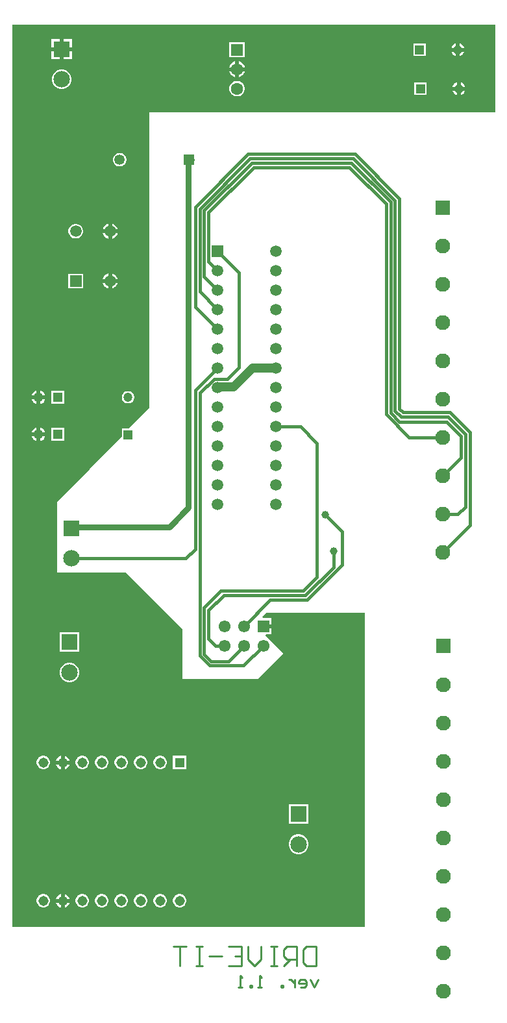
<source format=gbl>
G04*
G04 #@! TF.GenerationSoftware,Altium Limited,Altium Designer,24.0.1 (36)*
G04*
G04 Layer_Physical_Order=2*
G04 Layer_Color=16711680*
%FSLAX44Y44*%
%MOMM*%
G71*
G04*
G04 #@! TF.SameCoordinates,AD72D708-2F1B-4BA6-821B-E73127EA62D2*
G04*
G04*
G04 #@! TF.FilePolarity,Positive*
G04*
G01*
G75*
%ADD15C,0.2540*%
%ADD16R,1.2000X1.2000*%
%ADD17C,1.2000*%
%ADD38C,0.3810*%
%ADD39C,0.7620*%
%ADD40C,1.1430*%
%ADD41C,1.5000*%
%ADD42R,1.5000X1.5000*%
%ADD43R,1.5000X1.5000*%
%ADD44C,2.1500*%
%ADD45R,2.1500X2.1500*%
%ADD46C,1.6000*%
%ADD47R,1.6000X1.6000*%
%ADD48C,1.3080*%
%ADD49R,1.3080X1.3080*%
%ADD50R,1.9500X1.9500*%
%ADD51C,1.9500*%
%ADD52R,1.3500X1.3500*%
%ADD53C,1.3500*%
%ADD54C,1.5500*%
%ADD55R,1.5500X1.5500*%
%ADD56R,1.3000X1.3000*%
%ADD57C,1.3000*%
%ADD58R,1.2000X1.2000*%
%ADD59C,1.0000*%
G36*
X698500Y1252220D02*
X247650D01*
Y866286D01*
X221353Y839342D01*
X211678D01*
Y829429D01*
X127000Y742669D01*
Y651510D01*
X217170D01*
X290830Y577850D01*
Y513080D01*
X388620D01*
X421640Y546100D01*
X398717Y569023D01*
X399689Y571370D01*
X406530D01*
Y579120D01*
X396240D01*
Y584200D01*
X406530D01*
Y591950D01*
X395424D01*
X394499Y594316D01*
X400050Y599440D01*
X528320D01*
Y189230D01*
X68580D01*
Y1366520D01*
X698500D01*
Y1252220D01*
D02*
G37*
%LPC*%
G36*
X146670Y1347540D02*
X135920D01*
Y1336790D01*
X146670D01*
Y1347540D01*
D02*
G37*
G36*
X130840D02*
X120090D01*
Y1336790D01*
X130840D01*
Y1347540D01*
D02*
G37*
G36*
X652380Y1341661D02*
Y1336040D01*
X658001D01*
X657798Y1336796D01*
X656674Y1338744D01*
X655084Y1340334D01*
X653137Y1341458D01*
X652380Y1341661D01*
D02*
G37*
G36*
X647300D02*
X646544Y1341458D01*
X644596Y1340334D01*
X643007Y1338744D01*
X641882Y1336796D01*
X641680Y1336040D01*
X647300D01*
Y1341661D01*
D02*
G37*
G36*
X607872Y1341532D02*
X591808D01*
Y1325468D01*
X607872D01*
Y1341532D01*
D02*
G37*
G36*
X658001Y1330960D02*
X652380D01*
Y1325339D01*
X653137Y1325542D01*
X655084Y1326666D01*
X656674Y1328256D01*
X657798Y1330204D01*
X658001Y1330960D01*
D02*
G37*
G36*
X647300D02*
X641680D01*
X641882Y1330204D01*
X643007Y1328256D01*
X644596Y1326666D01*
X646544Y1325542D01*
X647300Y1325339D01*
Y1330960D01*
D02*
G37*
G36*
X371982Y1343532D02*
X351918D01*
Y1323468D01*
X371982D01*
Y1343532D01*
D02*
G37*
G36*
X146670Y1331710D02*
X135920D01*
Y1320960D01*
X146670D01*
Y1331710D01*
D02*
G37*
G36*
X130840D02*
X120090D01*
Y1320960D01*
X130840D01*
Y1331710D01*
D02*
G37*
G36*
X364490Y1318331D02*
Y1310640D01*
X372181D01*
X371772Y1312168D01*
X370384Y1314572D01*
X368422Y1316534D01*
X366018Y1317922D01*
X364490Y1318331D01*
D02*
G37*
G36*
X359410D02*
X357882Y1317922D01*
X355478Y1316534D01*
X353516Y1314572D01*
X352128Y1312168D01*
X351719Y1310640D01*
X359410D01*
Y1318331D01*
D02*
G37*
G36*
X372181Y1305560D02*
X364490D01*
Y1297869D01*
X366018Y1298278D01*
X368422Y1299666D01*
X370384Y1301628D01*
X371772Y1304032D01*
X372181Y1305560D01*
D02*
G37*
G36*
X359410D02*
X351719D01*
X352128Y1304032D01*
X353516Y1301628D01*
X355478Y1299666D01*
X357882Y1298278D01*
X359410Y1297869D01*
Y1305560D01*
D02*
G37*
G36*
X653650Y1290861D02*
Y1285240D01*
X659271D01*
X659068Y1285996D01*
X657944Y1287944D01*
X656354Y1289534D01*
X654407Y1290658D01*
X653650Y1290861D01*
D02*
G37*
G36*
X648570D02*
X647814Y1290658D01*
X645866Y1289534D01*
X644277Y1287944D01*
X643152Y1285996D01*
X642950Y1285240D01*
X648570D01*
Y1290861D01*
D02*
G37*
G36*
X135063Y1307432D02*
X131697D01*
X128446Y1306561D01*
X125532Y1304878D01*
X123152Y1302498D01*
X121469Y1299584D01*
X120598Y1296333D01*
Y1292967D01*
X121469Y1289716D01*
X123152Y1286802D01*
X125532Y1284422D01*
X128446Y1282739D01*
X131697Y1281868D01*
X135063D01*
X138314Y1282739D01*
X141228Y1284422D01*
X143608Y1286802D01*
X145291Y1289716D01*
X146162Y1292967D01*
Y1296333D01*
X145291Y1299584D01*
X143608Y1302498D01*
X141228Y1304878D01*
X138314Y1306561D01*
X135063Y1307432D01*
D02*
G37*
G36*
X609142Y1290732D02*
X593078D01*
Y1274668D01*
X609142D01*
Y1290732D01*
D02*
G37*
G36*
X659271Y1280160D02*
X653650D01*
Y1274539D01*
X654407Y1274742D01*
X656354Y1275866D01*
X657944Y1277456D01*
X659068Y1279404D01*
X659271Y1280160D01*
D02*
G37*
G36*
X648570D02*
X642950D01*
X643152Y1279404D01*
X644277Y1277456D01*
X645866Y1275866D01*
X647814Y1274742D01*
X648570Y1274539D01*
Y1280160D01*
D02*
G37*
G36*
X363271Y1292732D02*
X360629D01*
X358078Y1292048D01*
X355790Y1290728D01*
X353922Y1288860D01*
X352602Y1286572D01*
X351918Y1284021D01*
Y1281379D01*
X352602Y1278828D01*
X353922Y1276540D01*
X355790Y1274672D01*
X358078Y1273352D01*
X360629Y1272668D01*
X363271D01*
X365822Y1273352D01*
X368110Y1274672D01*
X369978Y1276540D01*
X371298Y1278828D01*
X371982Y1281379D01*
Y1284021D01*
X371298Y1286572D01*
X369978Y1288860D01*
X368110Y1290728D01*
X365822Y1292048D01*
X363271Y1292732D01*
D02*
G37*
G36*
X210156Y1198772D02*
X207844D01*
X205610Y1198174D01*
X203608Y1197017D01*
X201973Y1195382D01*
X200816Y1193380D01*
X200218Y1191146D01*
Y1188834D01*
X200816Y1186600D01*
X201973Y1184598D01*
X203608Y1182963D01*
X205610Y1181806D01*
X207844Y1181208D01*
X210156D01*
X212390Y1181806D01*
X214392Y1182963D01*
X216027Y1184598D01*
X217183Y1186600D01*
X217782Y1188834D01*
Y1191146D01*
X217183Y1193380D01*
X216027Y1195382D01*
X214392Y1197017D01*
X212390Y1198174D01*
X210156Y1198772D01*
D02*
G37*
G36*
X199030Y1106473D02*
Y1099300D01*
X206203D01*
X205846Y1100635D01*
X204524Y1102924D01*
X202654Y1104794D01*
X200365Y1106116D01*
X199030Y1106473D01*
D02*
G37*
G36*
X193950D02*
X192614Y1106116D01*
X190325Y1104794D01*
X188456Y1102924D01*
X187134Y1100635D01*
X186776Y1099300D01*
X193950D01*
Y1106473D01*
D02*
G37*
G36*
X152745Y1106292D02*
X150235D01*
X147811Y1105642D01*
X145637Y1104387D01*
X143863Y1102613D01*
X142608Y1100439D01*
X141958Y1098015D01*
Y1095505D01*
X142608Y1093081D01*
X143863Y1090907D01*
X145637Y1089132D01*
X147811Y1087877D01*
X150235Y1087228D01*
X152745D01*
X155169Y1087877D01*
X157343Y1089132D01*
X159118Y1090907D01*
X160373Y1093081D01*
X161022Y1095505D01*
Y1098015D01*
X160373Y1100439D01*
X159118Y1102613D01*
X157343Y1104387D01*
X155169Y1105642D01*
X152745Y1106292D01*
D02*
G37*
G36*
X206203Y1094220D02*
X199030D01*
Y1087046D01*
X200365Y1087404D01*
X202654Y1088726D01*
X204524Y1090595D01*
X205846Y1092885D01*
X206203Y1094220D01*
D02*
G37*
G36*
X193950D02*
X186776D01*
X187134Y1092885D01*
X188456Y1090595D01*
X190325Y1088726D01*
X192614Y1087404D01*
X193950Y1087046D01*
Y1094220D01*
D02*
G37*
G36*
X199030Y1041474D02*
Y1034300D01*
X206203D01*
X205846Y1035636D01*
X204524Y1037925D01*
X202654Y1039794D01*
X200365Y1041116D01*
X199030Y1041474D01*
D02*
G37*
G36*
X193950D02*
X192614Y1041116D01*
X190325Y1039794D01*
X188456Y1037925D01*
X187134Y1035636D01*
X186776Y1034300D01*
X193950D01*
Y1041474D01*
D02*
G37*
G36*
X161022Y1041292D02*
X141958D01*
Y1022228D01*
X161022D01*
Y1041292D01*
D02*
G37*
G36*
X206203Y1029220D02*
X199030D01*
Y1022047D01*
X200365Y1022404D01*
X202654Y1023726D01*
X204524Y1025595D01*
X205846Y1027885D01*
X206203Y1029220D01*
D02*
G37*
G36*
X193950D02*
X186776D01*
X187134Y1027885D01*
X188456Y1025595D01*
X190325Y1023726D01*
X192614Y1022404D01*
X193950Y1022047D01*
Y1029220D01*
D02*
G37*
G36*
X105410Y888788D02*
Y882650D01*
X111548D01*
X111294Y883599D01*
X110104Y885661D01*
X108421Y887344D01*
X106359Y888534D01*
X105410Y888788D01*
D02*
G37*
G36*
X100330D02*
X99381Y888534D01*
X97319Y887344D01*
X95636Y885661D01*
X94446Y883599D01*
X94192Y882650D01*
X100330D01*
Y888788D01*
D02*
G37*
G36*
X220767Y888142D02*
X218653D01*
X216610Y887595D01*
X214778Y886537D01*
X213283Y885042D01*
X212225Y883210D01*
X211678Y881167D01*
Y879053D01*
X212225Y877010D01*
X213283Y875178D01*
X214778Y873683D01*
X216610Y872625D01*
X218653Y872078D01*
X220767D01*
X222810Y872625D01*
X224642Y873683D01*
X226137Y875178D01*
X227195Y877010D01*
X227742Y879053D01*
Y881167D01*
X227195Y883210D01*
X226137Y885042D01*
X224642Y886537D01*
X222810Y887595D01*
X220767Y888142D01*
D02*
G37*
G36*
X136802Y888642D02*
X119738D01*
Y871578D01*
X136802D01*
Y888642D01*
D02*
G37*
G36*
X111548Y877570D02*
X105410D01*
Y871432D01*
X106359Y871686D01*
X108421Y872876D01*
X110104Y874559D01*
X111294Y876621D01*
X111548Y877570D01*
D02*
G37*
G36*
X100330D02*
X94192D01*
X94446Y876621D01*
X95636Y874559D01*
X97319Y872876D01*
X99381Y871686D01*
X100330Y871432D01*
Y877570D01*
D02*
G37*
G36*
X105410Y840528D02*
Y834390D01*
X111548D01*
X111294Y835339D01*
X110104Y837401D01*
X108421Y839084D01*
X106359Y840274D01*
X105410Y840528D01*
D02*
G37*
G36*
X100330D02*
X99381Y840274D01*
X97319Y839084D01*
X95636Y837401D01*
X94446Y835339D01*
X94192Y834390D01*
X100330D01*
Y840528D01*
D02*
G37*
G36*
X136802Y840382D02*
X119738D01*
Y823318D01*
X136802D01*
Y840382D01*
D02*
G37*
G36*
X111548Y829310D02*
X105410D01*
Y823172D01*
X106359Y823426D01*
X108421Y824616D01*
X110104Y826299D01*
X111294Y828361D01*
X111548Y829310D01*
D02*
G37*
G36*
X100330D02*
X94192D01*
X94446Y828361D01*
X95636Y826299D01*
X97319Y824616D01*
X99381Y823426D01*
X100330Y823172D01*
Y829310D01*
D02*
G37*
G36*
X156322Y573602D02*
X130758D01*
Y548038D01*
X156322D01*
Y573602D01*
D02*
G37*
G36*
X145223Y534002D02*
X141857D01*
X138606Y533131D01*
X135692Y531448D01*
X133312Y529068D01*
X131629Y526154D01*
X130758Y522903D01*
Y519537D01*
X131629Y516287D01*
X133312Y513372D01*
X135692Y510992D01*
X138606Y509309D01*
X141857Y508438D01*
X145223D01*
X148474Y509309D01*
X151388Y510992D01*
X153768Y513372D01*
X155451Y516287D01*
X156322Y519537D01*
Y522903D01*
X155451Y526154D01*
X153768Y529068D01*
X151388Y531448D01*
X148474Y533131D01*
X145223Y534002D01*
D02*
G37*
G36*
X137160Y412580D02*
Y406400D01*
X143340D01*
X143081Y407365D01*
X141886Y409435D01*
X140195Y411126D01*
X138125Y412321D01*
X137160Y412580D01*
D02*
G37*
G36*
X132080D02*
X131115Y412321D01*
X129045Y411126D01*
X127354Y409435D01*
X126159Y407365D01*
X125900Y406400D01*
X132080D01*
Y412580D01*
D02*
G37*
G36*
X295592Y412432D02*
X278448D01*
Y395288D01*
X295592D01*
Y412432D01*
D02*
G37*
G36*
X262749D02*
X260492D01*
X258311Y411848D01*
X256357Y410719D01*
X254761Y409123D01*
X253632Y407169D01*
X253048Y404989D01*
Y402732D01*
X253632Y400551D01*
X254761Y398597D01*
X256357Y397001D01*
X258311Y395872D01*
X260492Y395288D01*
X262749D01*
X264929Y395872D01*
X266883Y397001D01*
X268479Y398597D01*
X269608Y400551D01*
X270192Y402732D01*
Y404989D01*
X269608Y407169D01*
X268479Y409123D01*
X266883Y410719D01*
X264929Y411848D01*
X262749Y412432D01*
D02*
G37*
G36*
X237348D02*
X235091D01*
X232911Y411848D01*
X230957Y410719D01*
X229361Y409123D01*
X228232Y407169D01*
X227648Y404989D01*
Y402732D01*
X228232Y400551D01*
X229361Y398597D01*
X230957Y397001D01*
X232911Y395872D01*
X235091Y395288D01*
X237348D01*
X239529Y395872D01*
X241483Y397001D01*
X243079Y398597D01*
X244208Y400551D01*
X244792Y402732D01*
Y404989D01*
X244208Y407169D01*
X243079Y409123D01*
X241483Y410719D01*
X239529Y411848D01*
X237348Y412432D01*
D02*
G37*
G36*
X211949D02*
X209692D01*
X207511Y411848D01*
X205557Y410719D01*
X203961Y409123D01*
X202832Y407169D01*
X202248Y404989D01*
Y402732D01*
X202832Y400551D01*
X203961Y398597D01*
X205557Y397001D01*
X207511Y395872D01*
X209692Y395288D01*
X211949D01*
X214129Y395872D01*
X216083Y397001D01*
X217679Y398597D01*
X218808Y400551D01*
X219392Y402732D01*
Y404989D01*
X218808Y407169D01*
X217679Y409123D01*
X216083Y410719D01*
X214129Y411848D01*
X211949Y412432D01*
D02*
G37*
G36*
X186549D02*
X184291D01*
X182111Y411848D01*
X180157Y410719D01*
X178561Y409123D01*
X177432Y407169D01*
X176848Y404989D01*
Y402732D01*
X177432Y400551D01*
X178561Y398597D01*
X180157Y397001D01*
X182111Y395872D01*
X184291Y395288D01*
X186549D01*
X188729Y395872D01*
X190683Y397001D01*
X192279Y398597D01*
X193408Y400551D01*
X193992Y402732D01*
Y404989D01*
X193408Y407169D01*
X192279Y409123D01*
X190683Y410719D01*
X188729Y411848D01*
X186549Y412432D01*
D02*
G37*
G36*
X161148D02*
X158891D01*
X156711Y411848D01*
X154757Y410719D01*
X153161Y409123D01*
X152032Y407169D01*
X151448Y404989D01*
Y402732D01*
X152032Y400551D01*
X153161Y398597D01*
X154757Y397001D01*
X156711Y395872D01*
X158891Y395288D01*
X161148D01*
X163329Y395872D01*
X165283Y397001D01*
X166879Y398597D01*
X168008Y400551D01*
X168592Y402732D01*
Y404989D01*
X168008Y407169D01*
X166879Y409123D01*
X165283Y410719D01*
X163329Y411848D01*
X161148Y412432D01*
D02*
G37*
G36*
X110349D02*
X108091D01*
X105911Y411848D01*
X103957Y410719D01*
X102361Y409123D01*
X101232Y407169D01*
X100648Y404989D01*
Y402732D01*
X101232Y400551D01*
X102361Y398597D01*
X103957Y397001D01*
X105911Y395872D01*
X108091Y395288D01*
X110349D01*
X112529Y395872D01*
X114483Y397001D01*
X116079Y398597D01*
X117208Y400551D01*
X117792Y402732D01*
Y404989D01*
X117208Y407169D01*
X116079Y409123D01*
X114483Y410719D01*
X112529Y411848D01*
X110349Y412432D01*
D02*
G37*
G36*
X143340Y401320D02*
X137160D01*
Y395140D01*
X138125Y395399D01*
X140195Y396594D01*
X141886Y398285D01*
X143081Y400355D01*
X143340Y401320D01*
D02*
G37*
G36*
X132080D02*
X125900D01*
X126159Y400355D01*
X127354Y398285D01*
X129045Y396594D01*
X131115Y395399D01*
X132080Y395140D01*
Y401320D01*
D02*
G37*
G36*
X454742Y349562D02*
X429178D01*
Y323998D01*
X454742D01*
Y349562D01*
D02*
G37*
G36*
X443643Y309962D02*
X440277D01*
X437026Y309091D01*
X434112Y307408D01*
X431732Y305028D01*
X430049Y302114D01*
X429178Y298863D01*
Y295497D01*
X430049Y292246D01*
X431732Y289332D01*
X434112Y286952D01*
X437026Y285269D01*
X440277Y284398D01*
X443643D01*
X446894Y285269D01*
X449808Y286952D01*
X452188Y289332D01*
X453871Y292246D01*
X454742Y295497D01*
Y298863D01*
X453871Y302114D01*
X452188Y305028D01*
X449808Y307408D01*
X446894Y309091D01*
X443643Y309962D01*
D02*
G37*
G36*
X137160Y232240D02*
Y226060D01*
X143340D01*
X143081Y227025D01*
X141886Y229095D01*
X140195Y230786D01*
X138125Y231981D01*
X137160Y232240D01*
D02*
G37*
G36*
X132080D02*
X131115Y231981D01*
X129045Y230786D01*
X127354Y229095D01*
X126159Y227025D01*
X125900Y226060D01*
X132080D01*
Y232240D01*
D02*
G37*
G36*
X288148Y232092D02*
X285891D01*
X283711Y231508D01*
X281757Y230379D01*
X280161Y228783D01*
X279032Y226829D01*
X278448Y224648D01*
Y222391D01*
X279032Y220211D01*
X280161Y218257D01*
X281757Y216661D01*
X283711Y215532D01*
X285891Y214948D01*
X288148D01*
X290329Y215532D01*
X292283Y216661D01*
X293879Y218257D01*
X295008Y220211D01*
X295592Y222391D01*
Y224648D01*
X295008Y226829D01*
X293879Y228783D01*
X292283Y230379D01*
X290329Y231508D01*
X288148Y232092D01*
D02*
G37*
G36*
X262749D02*
X260492D01*
X258311Y231508D01*
X256357Y230379D01*
X254761Y228783D01*
X253632Y226829D01*
X253048Y224648D01*
Y222391D01*
X253632Y220211D01*
X254761Y218257D01*
X256357Y216661D01*
X258311Y215532D01*
X260492Y214948D01*
X262749D01*
X264929Y215532D01*
X266883Y216661D01*
X268479Y218257D01*
X269608Y220211D01*
X270192Y222391D01*
Y224648D01*
X269608Y226829D01*
X268479Y228783D01*
X266883Y230379D01*
X264929Y231508D01*
X262749Y232092D01*
D02*
G37*
G36*
X237348D02*
X235091D01*
X232911Y231508D01*
X230957Y230379D01*
X229361Y228783D01*
X228232Y226829D01*
X227648Y224648D01*
Y222391D01*
X228232Y220211D01*
X229361Y218257D01*
X230957Y216661D01*
X232911Y215532D01*
X235091Y214948D01*
X237348D01*
X239529Y215532D01*
X241483Y216661D01*
X243079Y218257D01*
X244208Y220211D01*
X244792Y222391D01*
Y224648D01*
X244208Y226829D01*
X243079Y228783D01*
X241483Y230379D01*
X239529Y231508D01*
X237348Y232092D01*
D02*
G37*
G36*
X211949D02*
X209692D01*
X207511Y231508D01*
X205557Y230379D01*
X203961Y228783D01*
X202832Y226829D01*
X202248Y224648D01*
Y222391D01*
X202832Y220211D01*
X203961Y218257D01*
X205557Y216661D01*
X207511Y215532D01*
X209692Y214948D01*
X211949D01*
X214129Y215532D01*
X216083Y216661D01*
X217679Y218257D01*
X218808Y220211D01*
X219392Y222391D01*
Y224648D01*
X218808Y226829D01*
X217679Y228783D01*
X216083Y230379D01*
X214129Y231508D01*
X211949Y232092D01*
D02*
G37*
G36*
X186549D02*
X184291D01*
X182111Y231508D01*
X180157Y230379D01*
X178561Y228783D01*
X177432Y226829D01*
X176848Y224648D01*
Y222391D01*
X177432Y220211D01*
X178561Y218257D01*
X180157Y216661D01*
X182111Y215532D01*
X184291Y214948D01*
X186549D01*
X188729Y215532D01*
X190683Y216661D01*
X192279Y218257D01*
X193408Y220211D01*
X193992Y222391D01*
Y224648D01*
X193408Y226829D01*
X192279Y228783D01*
X190683Y230379D01*
X188729Y231508D01*
X186549Y232092D01*
D02*
G37*
G36*
X161148D02*
X158891D01*
X156711Y231508D01*
X154757Y230379D01*
X153161Y228783D01*
X152032Y226829D01*
X151448Y224648D01*
Y222391D01*
X152032Y220211D01*
X153161Y218257D01*
X154757Y216661D01*
X156711Y215532D01*
X158891Y214948D01*
X161148D01*
X163329Y215532D01*
X165283Y216661D01*
X166879Y218257D01*
X168008Y220211D01*
X168592Y222391D01*
Y224648D01*
X168008Y226829D01*
X166879Y228783D01*
X165283Y230379D01*
X163329Y231508D01*
X161148Y232092D01*
D02*
G37*
G36*
X110349D02*
X108091D01*
X105911Y231508D01*
X103957Y230379D01*
X102361Y228783D01*
X101232Y226829D01*
X100648Y224648D01*
Y222391D01*
X101232Y220211D01*
X102361Y218257D01*
X103957Y216661D01*
X105911Y215532D01*
X108091Y214948D01*
X110349D01*
X112529Y215532D01*
X114483Y216661D01*
X116079Y218257D01*
X117208Y220211D01*
X117792Y222391D01*
Y224648D01*
X117208Y226829D01*
X116079Y228783D01*
X114483Y230379D01*
X112529Y231508D01*
X110349Y232092D01*
D02*
G37*
G36*
X143340Y220980D02*
X137160D01*
Y214800D01*
X138125Y215059D01*
X140195Y216254D01*
X141886Y217945D01*
X143081Y220015D01*
X143340Y220980D01*
D02*
G37*
G36*
X132080D02*
X125900D01*
X126159Y220015D01*
X127354Y217945D01*
X129045Y216254D01*
X131115Y215059D01*
X132080Y214800D01*
Y220980D01*
D02*
G37*
%LPD*%
D15*
X467360Y120647D02*
X462282Y110490D01*
X457203Y120647D01*
X444507Y110490D02*
X449586D01*
X452125Y113029D01*
Y118108D01*
X449586Y120647D01*
X444507D01*
X441968Y118108D01*
Y115568D01*
X452125D01*
X436890Y120647D02*
Y110490D01*
Y115568D01*
X434351Y118108D01*
X431811Y120647D01*
X429272D01*
X421655Y110490D02*
Y113029D01*
X419116D01*
Y110490D01*
X421655D01*
X393724D02*
X388646D01*
X391185D01*
Y125725D01*
X393724Y123186D01*
X381028Y110490D02*
Y113029D01*
X378489D01*
Y110490D01*
X381028D01*
X368332D02*
X363254D01*
X365793D01*
Y125725D01*
X368332Y123186D01*
X464820Y163822D02*
Y138430D01*
X452124D01*
X447892Y142662D01*
Y159590D01*
X452124Y163822D01*
X464820D01*
X439428Y138430D02*
Y163822D01*
X426732D01*
X422500Y159590D01*
Y151126D01*
X426732Y146894D01*
X439428D01*
X430964D02*
X422500Y138430D01*
X414036Y163822D02*
X405573D01*
X409804D01*
Y138430D01*
X414036D01*
X405573D01*
X392877Y163822D02*
Y146894D01*
X384413Y138430D01*
X375949Y146894D01*
Y163822D01*
X350557D02*
X367485D01*
Y138430D01*
X350557D01*
X367485Y151126D02*
X359021D01*
X342093D02*
X325165D01*
X316701Y163822D02*
X308237D01*
X312469D01*
Y138430D01*
X316701D01*
X308237D01*
X295541Y163822D02*
X278613D01*
X287077D01*
Y138430D01*
D16*
X599840Y1333500D02*
D03*
X601110Y1282700D02*
D03*
D17*
X649840Y1333500D02*
D03*
X651110Y1282700D02*
D03*
X219710Y880110D02*
D03*
D38*
X364490Y919480D02*
Y1042670D01*
X349257Y904247D02*
X364490Y919480D01*
X331813Y904247D02*
X349257D01*
X336550Y1070610D02*
X364490Y1042670D01*
X324908Y1121198D02*
X383794Y1180084D01*
X307382Y1128458D02*
X376535Y1197610D01*
X307382Y998178D02*
Y1128458D01*
X313224Y1017736D02*
Y1126038D01*
X319066Y1123618D02*
X381374Y1185926D01*
X313224Y1017736D02*
X335915Y995045D01*
X313224Y885658D02*
X331813Y904247D01*
X307382Y998178D02*
X336550Y969010D01*
X313224Y542756D02*
X325882Y530098D01*
X319066Y1037294D02*
X336550Y1019810D01*
X324908Y1056852D02*
Y1121198D01*
Y1056852D02*
X336550Y1045210D01*
X313224Y542756D02*
Y885658D01*
X319066Y1037294D02*
Y1123618D01*
X307382Y682032D02*
Y889042D01*
X313224Y1126038D02*
X378954Y1191768D01*
X307382Y889042D02*
X336550Y918210D01*
X487680Y658502D02*
Y679450D01*
X567944Y862584D02*
X575818Y854710D01*
X450970Y621792D02*
X487680Y658502D01*
X328302Y535940D02*
X350520D01*
X562102Y860164D02*
Y1134604D01*
X376535Y1197610D02*
X408940D01*
X665480Y713130D02*
Y834390D01*
X413779Y1185926D02*
X510780D01*
X513200Y1191768D02*
X567944Y1137024D01*
X340614Y627634D02*
X448550D01*
X573786Y865004D02*
X578238Y860552D01*
X636898Y854710D02*
X659638Y831970D01*
X295160Y669810D02*
X307382Y682032D01*
X324908Y602022D02*
X344678Y621792D01*
X650100Y727570D02*
X659638Y737108D01*
X370078Y530098D02*
X396240Y556260D01*
X515620Y1197610D02*
X573786Y1139444D01*
X466090Y645174D02*
Y820420D01*
X629920Y777570D02*
X653796Y801446D01*
X408940Y1197610D02*
X515620D01*
X629920Y677570D02*
X665480Y713130D01*
X448550Y627634D02*
X466090Y645174D01*
X453390Y615950D02*
X499110Y661670D01*
X383794Y1180084D02*
X508361D01*
X556260Y857744D02*
X586434Y827570D01*
X335915Y993775D02*
X336550Y994410D01*
X335915Y993775D02*
Y995045D01*
X634986Y848360D02*
X653796Y829550D01*
X556260Y857744D02*
Y1132185D01*
X567944Y862584D02*
Y1137024D01*
X405130Y615950D02*
X453390D01*
X336550Y892810D02*
X337639Y893899D01*
X378954Y1191768D02*
X411360D01*
X562102Y860164D02*
X573906Y848360D01*
X476758Y727202D02*
X499110Y704850D01*
X344678Y621792D02*
X450970D01*
X319066Y606086D02*
X340614Y627634D01*
X319066Y545176D02*
X328302Y535940D01*
X444500Y842010D02*
X466090Y820420D01*
X334010Y556260D02*
X345440D01*
X325882Y530098D02*
X370078D01*
X586434Y827570D02*
X629920D01*
X381374Y1185926D02*
X413779D01*
X510780D02*
X562102Y1134604D01*
X573906Y848360D02*
X634986D01*
X575818Y854710D02*
X636898D01*
X573786Y865004D02*
Y1139444D01*
X578238Y860552D02*
X639318D01*
X499110Y661670D02*
Y704850D01*
X370840Y581660D02*
X405130Y615950D01*
X508361Y1180084D02*
X556260Y1132185D01*
X324908Y565362D02*
X334010Y556260D01*
X412750Y842010D02*
X444500D01*
X411360Y1191768D02*
X513200D01*
X659638Y737108D02*
Y831970D01*
X639318Y860552D02*
X665480Y834390D01*
X324908Y565362D02*
Y602022D01*
X350520Y535940D02*
X370840Y556260D01*
X319066Y545176D02*
Y606086D01*
X146080Y669810D02*
X295160D01*
X653796Y801446D02*
Y829550D01*
X629920Y727570D02*
X650100D01*
D39*
X299870Y1187050D02*
X302810Y1189990D01*
X273558Y711200D02*
X298600Y736242D01*
Y1187050D01*
X147870Y711200D02*
X273558D01*
X146080Y709410D02*
X147870Y711200D01*
D40*
X357959Y893899D02*
X382270Y918210D01*
X340164Y893899D02*
X357959D01*
X382270Y918210D02*
X412750D01*
X339757Y893493D02*
X340164Y893899D01*
X338046Y893493D02*
X339757D01*
X337639Y893899D02*
X338046Y893493D01*
D41*
X151490Y1096760D02*
D03*
X196490D02*
D03*
Y1031760D02*
D03*
X412750Y740410D02*
D03*
Y765810D02*
D03*
Y791210D02*
D03*
Y816610D02*
D03*
Y842010D02*
D03*
Y867410D02*
D03*
Y892810D02*
D03*
Y918210D02*
D03*
Y943610D02*
D03*
Y969010D02*
D03*
Y994410D02*
D03*
Y1019810D02*
D03*
Y1045210D02*
D03*
Y1070610D02*
D03*
X336550Y740410D02*
D03*
Y765810D02*
D03*
Y791210D02*
D03*
Y816610D02*
D03*
Y842010D02*
D03*
Y867410D02*
D03*
Y892810D02*
D03*
Y918210D02*
D03*
Y943610D02*
D03*
Y969010D02*
D03*
Y994410D02*
D03*
Y1019810D02*
D03*
Y1045210D02*
D03*
D42*
X151490Y1031760D02*
D03*
D43*
X336550Y1070610D02*
D03*
D44*
X146080Y669810D02*
D03*
X143540Y521220D02*
D03*
X441960Y297180D02*
D03*
X133380Y1294650D02*
D03*
D45*
X146080Y709410D02*
D03*
X143540Y560820D02*
D03*
X441960Y336780D02*
D03*
X133380Y1334250D02*
D03*
D46*
X361950Y1282700D02*
D03*
Y1308100D02*
D03*
D47*
Y1333500D02*
D03*
D48*
X210820Y403860D02*
D03*
X185420D02*
D03*
X210820Y223520D02*
D03*
X185420D02*
D03*
X160020Y403860D02*
D03*
X236220D02*
D03*
Y223520D02*
D03*
X160020D02*
D03*
X261620Y403860D02*
D03*
Y223520D02*
D03*
X134620Y403860D02*
D03*
Y223520D02*
D03*
X287020D02*
D03*
X109220Y403860D02*
D03*
Y223520D02*
D03*
D49*
X287020Y403860D02*
D03*
D50*
X631190Y555460D02*
D03*
X629920Y1127570D02*
D03*
D51*
X631190Y505460D02*
D03*
Y455460D02*
D03*
Y405460D02*
D03*
Y355460D02*
D03*
Y305460D02*
D03*
Y255460D02*
D03*
Y205460D02*
D03*
Y155460D02*
D03*
Y105460D02*
D03*
X629920Y1077570D02*
D03*
Y1027570D02*
D03*
Y977570D02*
D03*
Y927570D02*
D03*
Y877570D02*
D03*
Y827570D02*
D03*
Y777570D02*
D03*
Y727570D02*
D03*
Y677570D02*
D03*
D52*
X299000Y1189990D02*
D03*
D53*
X209000D02*
D03*
D54*
X345440Y556260D02*
D03*
X370840D02*
D03*
X396240D02*
D03*
X345440Y581660D02*
D03*
X370840D02*
D03*
D55*
X396240D02*
D03*
D56*
X128270Y880110D02*
D03*
Y831850D02*
D03*
D57*
X102870Y880110D02*
D03*
Y831850D02*
D03*
D58*
X219710Y831310D02*
D03*
D59*
X487680Y679450D02*
D03*
X476758Y727202D02*
D03*
M02*

</source>
